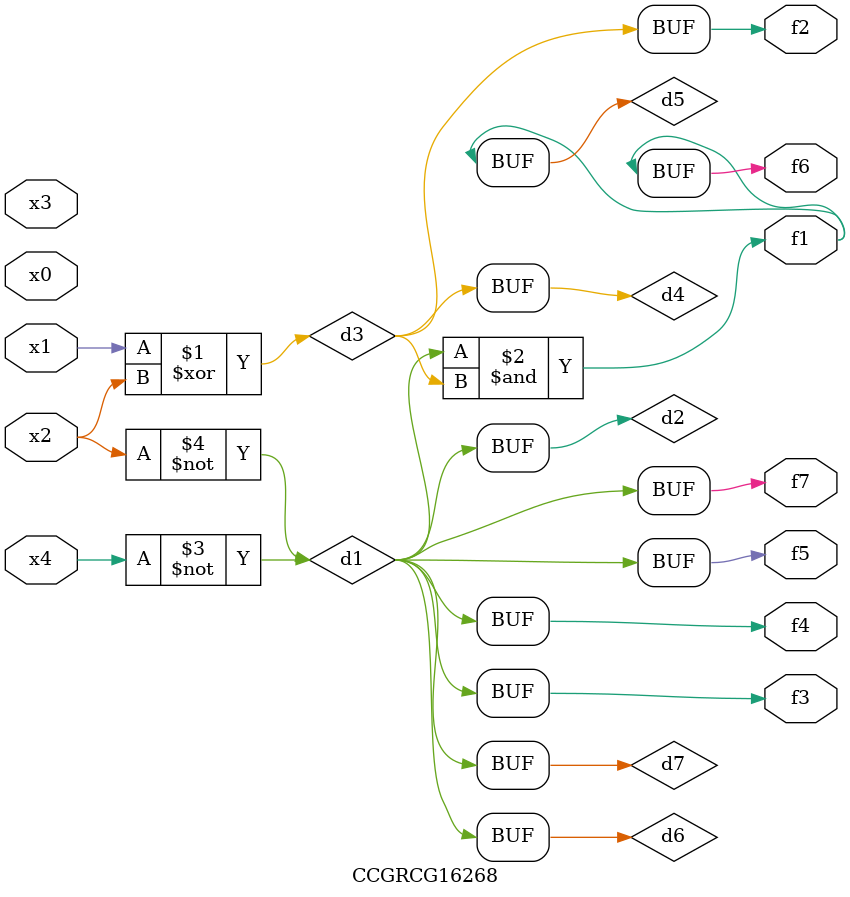
<source format=v>
module CCGRCG16268(
	input x0, x1, x2, x3, x4,
	output f1, f2, f3, f4, f5, f6, f7
);

	wire d1, d2, d3, d4, d5, d6, d7;

	not (d1, x4);
	not (d2, x2);
	xor (d3, x1, x2);
	buf (d4, d3);
	and (d5, d1, d3);
	buf (d6, d1, d2);
	buf (d7, d2);
	assign f1 = d5;
	assign f2 = d4;
	assign f3 = d7;
	assign f4 = d7;
	assign f5 = d7;
	assign f6 = d5;
	assign f7 = d7;
endmodule

</source>
